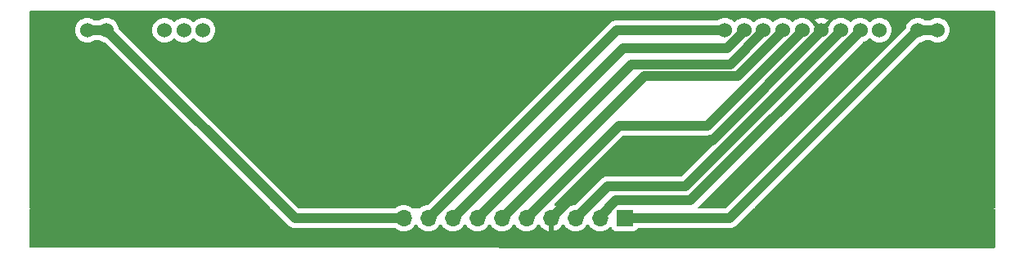
<source format=gbr>
%TF.GenerationSoftware,KiCad,Pcbnew,7.0.9*%
%TF.CreationDate,2024-02-18T16:29:39+01:00*%
%TF.ProjectId,VFD-Driverboard,5646442d-4472-4697-9665-72626f617264,rev?*%
%TF.SameCoordinates,Original*%
%TF.FileFunction,Copper,L2,Bot*%
%TF.FilePolarity,Positive*%
%FSLAX46Y46*%
G04 Gerber Fmt 4.6, Leading zero omitted, Abs format (unit mm)*
G04 Created by KiCad (PCBNEW 7.0.9) date 2024-02-18 16:29:39*
%MOMM*%
%LPD*%
G01*
G04 APERTURE LIST*
%TA.AperFunction,ComponentPad*%
%ADD10C,1.524000*%
%TD*%
%TA.AperFunction,ComponentPad*%
%ADD11R,1.700000X1.700000*%
%TD*%
%TA.AperFunction,ComponentPad*%
%ADD12O,1.700000X1.700000*%
%TD*%
%TA.AperFunction,Conductor*%
%ADD13C,1.000000*%
%TD*%
G04 APERTURE END LIST*
D10*
%TO.P,V1,1,F-*%
%TO.N,VF1*%
X107405600Y-15798800D03*
%TO.P,V1,2,F-*%
X105405600Y-15798800D03*
%TO.P,V1,4*%
%TO.N,N/C*%
X101405600Y-15798800D03*
%TO.P,V1,5,VDD*%
%TO.N,VCC*%
X99405600Y-15798800D03*
%TO.P,V1,6,VEE*%
%TO.N,VEE*%
X97405600Y-15798800D03*
%TO.P,V1,7,Gnd*%
%TO.N,GNDD*%
X95405600Y-15798800D03*
%TO.P,V1,8,OSC0*%
%TO.N,Net-(J1-Pin_4)*%
X93405600Y-15798800D03*
%TO.P,V1,9,Reset*%
%TO.N,Net-(J1-Pin_5)*%
X91405600Y-15798800D03*
%TO.P,V1,10,CS*%
%TO.N,Net-(J1-Pin_6)*%
X89405600Y-15798800D03*
%TO.P,V1,11,Clk*%
%TO.N,Net-(J1-Pin_7)*%
X87405600Y-15798800D03*
%TO.P,V1,12,DI*%
%TO.N,Net-(J1-Pin_8)*%
X85405600Y-15798800D03*
%TO.P,V1,39*%
%TO.N,N/C*%
X31405600Y-15798800D03*
%TO.P,V1,40*%
X29405600Y-15798800D03*
%TO.P,V1,41*%
X27405600Y-15798800D03*
%TO.P,V1,44,F+*%
%TO.N,VF2*%
X21405600Y-15798800D03*
%TO.P,V1,45,F+*%
X19405600Y-15798800D03*
%TD*%
D11*
%TO.P,J2,1,Pin_1*%
%TO.N,VF1*%
X75031600Y-35294800D03*
D12*
%TO.P,J2,2,Pin_2*%
%TO.N,VCC*%
X72491600Y-35294800D03*
%TO.P,J2,3,Pin_3*%
%TO.N,VEE*%
X69951600Y-35294800D03*
%TO.P,J2,4,Pin_4*%
%TO.N,GNDD*%
X67411600Y-35294800D03*
%TO.P,J2,5,Pin_5*%
%TO.N,Net-(J1-Pin_4)*%
X64871600Y-35294800D03*
%TO.P,J2,6,Pin_6*%
%TO.N,Net-(J1-Pin_5)*%
X62331600Y-35294800D03*
%TO.P,J2,7,Pin_7*%
%TO.N,Net-(J1-Pin_6)*%
X59791600Y-35294800D03*
%TO.P,J2,8,Pin_8*%
%TO.N,Net-(J1-Pin_7)*%
X57251600Y-35294800D03*
%TO.P,J2,9,Pin_9*%
%TO.N,Net-(J1-Pin_8)*%
X54711600Y-35294800D03*
%TO.P,J2,10,Pin_10*%
%TO.N,VF2*%
X52171600Y-35294800D03*
%TD*%
D13*
%TO.N,VCC*%
X99405600Y-15909900D02*
X99405600Y-15798800D01*
X81870700Y-33444800D02*
X99405600Y-15909900D01*
X72491600Y-35294800D02*
X72491600Y-35116500D01*
X74163300Y-33444800D02*
X81870700Y-33444800D01*
X72491600Y-35116500D02*
X74163300Y-33444800D01*
%TO.N,GNDD*%
X84089500Y-27209100D02*
X75497300Y-27209100D01*
X95405600Y-15798800D02*
X95405600Y-15893000D01*
X75497300Y-27209100D02*
X67411600Y-35294800D01*
X95405600Y-15893000D02*
X84089500Y-27209100D01*
%TO.N,VF1*%
X85909600Y-35294800D02*
X75031600Y-35294800D01*
X105405600Y-15798800D02*
X85909600Y-35294800D01*
X105405600Y-15798800D02*
X107405600Y-15798800D01*
%TO.N,VF2*%
X21405600Y-15798800D02*
X40901600Y-35294800D01*
X19405600Y-15798800D02*
X21405600Y-15798800D01*
X40901600Y-35294800D02*
X52171600Y-35294800D01*
%TO.N,VEE*%
X69951600Y-35294800D02*
X73293400Y-31953000D01*
X81325900Y-31953000D02*
X97405600Y-15873300D01*
X73293400Y-31953000D02*
X81325900Y-31953000D01*
X97405600Y-15873300D02*
X97405600Y-15798800D01*
%TO.N,Net-(J1-Pin_4)*%
X83582300Y-25695200D02*
X74471100Y-25695200D01*
X74471100Y-25695200D02*
X74471100Y-25695300D01*
X74471100Y-25695300D02*
X64871600Y-35294800D01*
X93405600Y-15871900D02*
X83582300Y-25695200D01*
X93405600Y-15798800D02*
X93405600Y-15871900D01*
%TO.N,Net-(J1-Pin_5)*%
X77087900Y-20538500D02*
X86764800Y-20538500D01*
X62331600Y-35294800D02*
X77087900Y-20538500D01*
X86764800Y-20538500D02*
X91405600Y-15897700D01*
X91405600Y-15897700D02*
X91405600Y-15798800D01*
%TO.N,Net-(J1-Pin_6)*%
X89405600Y-15890800D02*
X85958200Y-19338200D01*
X89405600Y-15798800D02*
X89405600Y-15890800D01*
X85958200Y-19338200D02*
X75748200Y-19338200D01*
X75748200Y-19338200D02*
X59791600Y-35294800D01*
%TO.N,Net-(J1-Pin_7)*%
X85648800Y-17640600D02*
X74905800Y-17640600D01*
X74905800Y-17640600D02*
X57251600Y-35294800D01*
X87405600Y-15883800D02*
X85648800Y-17640600D01*
X87405600Y-15798800D02*
X87405600Y-15883800D01*
%TO.N,Net-(J1-Pin_8)*%
X85405600Y-15798800D02*
X74207600Y-15798800D01*
X74207600Y-15798800D02*
X54711600Y-35294800D01*
%TD*%
%TA.AperFunction,Conductor*%
%TO.N,GNDD*%
G36*
X38506856Y-34318985D02*
G01*
X38527498Y-34335619D01*
X40185166Y-35993287D01*
X40246538Y-36057850D01*
X40246541Y-36057853D01*
X40296881Y-36092892D01*
X40300643Y-36095728D01*
X40348187Y-36134494D01*
X40348190Y-36134495D01*
X40348193Y-36134498D01*
X40378645Y-36150404D01*
X40385358Y-36154472D01*
X40413551Y-36174095D01*
X40469929Y-36198289D01*
X40474178Y-36200307D01*
X40528551Y-36228709D01*
X40556089Y-36236588D01*
X40561574Y-36238158D01*
X40568968Y-36240790D01*
X40600542Y-36254340D01*
X40600545Y-36254340D01*
X40600546Y-36254341D01*
X40660622Y-36266687D01*
X40665200Y-36267810D01*
X40667304Y-36268412D01*
X40724182Y-36284687D01*
X40758439Y-36287295D01*
X40766214Y-36288386D01*
X40799855Y-36295300D01*
X40799859Y-36295300D01*
X40861199Y-36295300D01*
X40865905Y-36295478D01*
X40893196Y-36297557D01*
X40927076Y-36300137D01*
X40927076Y-36300136D01*
X40927077Y-36300137D01*
X40961160Y-36295796D01*
X40968990Y-36295300D01*
X51210842Y-36295300D01*
X51277881Y-36314985D01*
X51298523Y-36331619D01*
X51300199Y-36333295D01*
X51396984Y-36401065D01*
X51493765Y-36468832D01*
X51493767Y-36468833D01*
X51493770Y-36468835D01*
X51707937Y-36568703D01*
X51936192Y-36629863D01*
X52112634Y-36645300D01*
X52171599Y-36650459D01*
X52171600Y-36650459D01*
X52171601Y-36650459D01*
X52230566Y-36645300D01*
X52407008Y-36629863D01*
X52635263Y-36568703D01*
X52849430Y-36468835D01*
X53043001Y-36333295D01*
X53210095Y-36166201D01*
X53340025Y-35980642D01*
X53394602Y-35937017D01*
X53464100Y-35929823D01*
X53526455Y-35961346D01*
X53543175Y-35980642D01*
X53672881Y-36165882D01*
X53673105Y-36166201D01*
X53840199Y-36333295D01*
X53936984Y-36401065D01*
X54033765Y-36468832D01*
X54033767Y-36468833D01*
X54033770Y-36468835D01*
X54247937Y-36568703D01*
X54476192Y-36629863D01*
X54652634Y-36645300D01*
X54711599Y-36650459D01*
X54711600Y-36650459D01*
X54711601Y-36650459D01*
X54770566Y-36645300D01*
X54947008Y-36629863D01*
X55175263Y-36568703D01*
X55389430Y-36468835D01*
X55583001Y-36333295D01*
X55750095Y-36166201D01*
X55880025Y-35980642D01*
X55934602Y-35937017D01*
X56004100Y-35929823D01*
X56066455Y-35961346D01*
X56083175Y-35980642D01*
X56212881Y-36165882D01*
X56213105Y-36166201D01*
X56380199Y-36333295D01*
X56476984Y-36401065D01*
X56573765Y-36468832D01*
X56573767Y-36468833D01*
X56573770Y-36468835D01*
X56787937Y-36568703D01*
X57016192Y-36629863D01*
X57192634Y-36645300D01*
X57251599Y-36650459D01*
X57251600Y-36650459D01*
X57251601Y-36650459D01*
X57310566Y-36645300D01*
X57487008Y-36629863D01*
X57715263Y-36568703D01*
X57929430Y-36468835D01*
X58123001Y-36333295D01*
X58290095Y-36166201D01*
X58420025Y-35980642D01*
X58474602Y-35937017D01*
X58544100Y-35929823D01*
X58606455Y-35961346D01*
X58623175Y-35980642D01*
X58752881Y-36165882D01*
X58753105Y-36166201D01*
X58920199Y-36333295D01*
X59016984Y-36401065D01*
X59113765Y-36468832D01*
X59113767Y-36468833D01*
X59113770Y-36468835D01*
X59327937Y-36568703D01*
X59556192Y-36629863D01*
X59732634Y-36645300D01*
X59791599Y-36650459D01*
X59791600Y-36650459D01*
X59791601Y-36650459D01*
X59850566Y-36645300D01*
X60027008Y-36629863D01*
X60255263Y-36568703D01*
X60469430Y-36468835D01*
X60663001Y-36333295D01*
X60830095Y-36166201D01*
X60960025Y-35980642D01*
X61014602Y-35937017D01*
X61084100Y-35929823D01*
X61146455Y-35961346D01*
X61163175Y-35980642D01*
X61292881Y-36165882D01*
X61293105Y-36166201D01*
X61460199Y-36333295D01*
X61556984Y-36401065D01*
X61653765Y-36468832D01*
X61653767Y-36468833D01*
X61653770Y-36468835D01*
X61867937Y-36568703D01*
X62096192Y-36629863D01*
X62272634Y-36645300D01*
X62331599Y-36650459D01*
X62331600Y-36650459D01*
X62331601Y-36650459D01*
X62390566Y-36645300D01*
X62567008Y-36629863D01*
X62795263Y-36568703D01*
X63009430Y-36468835D01*
X63203001Y-36333295D01*
X63370095Y-36166201D01*
X63500025Y-35980642D01*
X63554602Y-35937017D01*
X63624100Y-35929823D01*
X63686455Y-35961346D01*
X63703175Y-35980642D01*
X63832881Y-36165882D01*
X63833105Y-36166201D01*
X64000199Y-36333295D01*
X64096984Y-36401065D01*
X64193765Y-36468832D01*
X64193767Y-36468833D01*
X64193770Y-36468835D01*
X64407937Y-36568703D01*
X64636192Y-36629863D01*
X64812634Y-36645300D01*
X64871599Y-36650459D01*
X64871600Y-36650459D01*
X64871601Y-36650459D01*
X64930566Y-36645300D01*
X65107008Y-36629863D01*
X65335263Y-36568703D01*
X65549430Y-36468835D01*
X65743001Y-36333295D01*
X65910095Y-36166201D01*
X66040330Y-35980205D01*
X66094907Y-35936581D01*
X66164405Y-35929387D01*
X66226760Y-35960910D01*
X66243479Y-35980205D01*
X66373490Y-36165878D01*
X66540517Y-36332905D01*
X66734021Y-36468400D01*
X66948107Y-36568229D01*
X66948116Y-36568233D01*
X67161600Y-36625434D01*
X67161600Y-35730301D01*
X67269285Y-35779480D01*
X67375837Y-35794800D01*
X67447363Y-35794800D01*
X67553915Y-35779480D01*
X67661600Y-35730301D01*
X67661600Y-36625433D01*
X67875083Y-36568233D01*
X67875092Y-36568229D01*
X68089178Y-36468400D01*
X68282682Y-36332905D01*
X68449705Y-36165882D01*
X68579719Y-35980205D01*
X68634296Y-35936581D01*
X68703795Y-35929388D01*
X68766149Y-35960910D01*
X68782869Y-35980205D01*
X68913105Y-36166201D01*
X69080199Y-36333295D01*
X69176984Y-36401065D01*
X69273765Y-36468832D01*
X69273767Y-36468833D01*
X69273770Y-36468835D01*
X69487937Y-36568703D01*
X69716192Y-36629863D01*
X69892634Y-36645300D01*
X69951599Y-36650459D01*
X69951600Y-36650459D01*
X69951601Y-36650459D01*
X70010566Y-36645300D01*
X70187008Y-36629863D01*
X70415263Y-36568703D01*
X70629430Y-36468835D01*
X70823001Y-36333295D01*
X70990095Y-36166201D01*
X71120025Y-35980642D01*
X71174602Y-35937017D01*
X71244100Y-35929823D01*
X71306455Y-35961346D01*
X71323175Y-35980642D01*
X71452881Y-36165882D01*
X71453105Y-36166201D01*
X71620199Y-36333295D01*
X71716984Y-36401065D01*
X71813765Y-36468832D01*
X71813767Y-36468833D01*
X71813770Y-36468835D01*
X72027937Y-36568703D01*
X72256192Y-36629863D01*
X72432634Y-36645300D01*
X72491599Y-36650459D01*
X72491600Y-36650459D01*
X72491601Y-36650459D01*
X72550566Y-36645300D01*
X72727008Y-36629863D01*
X72955263Y-36568703D01*
X73169430Y-36468835D01*
X73363001Y-36333295D01*
X73484929Y-36211366D01*
X73546248Y-36177884D01*
X73615940Y-36182868D01*
X73671874Y-36224739D01*
X73688789Y-36255717D01*
X73737802Y-36387128D01*
X73737806Y-36387135D01*
X73824052Y-36502344D01*
X73824055Y-36502347D01*
X73939264Y-36588593D01*
X73939271Y-36588597D01*
X74074117Y-36638891D01*
X74074116Y-36638891D01*
X74081044Y-36639635D01*
X74133727Y-36645300D01*
X75929472Y-36645299D01*
X75989083Y-36638891D01*
X76123931Y-36588596D01*
X76239146Y-36502346D01*
X76325396Y-36387131D01*
X76329560Y-36375965D01*
X76371429Y-36320034D01*
X76436893Y-36295616D01*
X76445741Y-36295300D01*
X85896884Y-36295300D01*
X85985958Y-36297557D01*
X85985958Y-36297556D01*
X85985963Y-36297557D01*
X86046353Y-36286732D01*
X86051012Y-36286080D01*
X86093207Y-36281788D01*
X86112038Y-36279874D01*
X86144827Y-36269586D01*
X86152440Y-36267718D01*
X86186253Y-36261658D01*
X86243221Y-36238901D01*
X86247653Y-36237324D01*
X86306188Y-36218959D01*
X86336227Y-36202284D01*
X86343308Y-36198922D01*
X86375217Y-36186177D01*
X86426454Y-36152408D01*
X86430451Y-36149987D01*
X86484102Y-36120209D01*
X86510168Y-36097830D01*
X86516443Y-36093100D01*
X86516759Y-36092892D01*
X86545119Y-36074202D01*
X86588517Y-36030802D01*
X86591936Y-36027634D01*
X86638495Y-35987666D01*
X86659531Y-35960488D01*
X86664701Y-35954618D01*
X88283702Y-34335619D01*
X88345025Y-34302134D01*
X88371383Y-34299300D01*
X113269657Y-34299300D01*
X113336696Y-34318985D01*
X113382451Y-34371789D01*
X113393656Y-34423551D01*
X113389862Y-36286734D01*
X113385853Y-38255153D01*
X113366032Y-38322152D01*
X113313135Y-38367799D01*
X113261853Y-38378900D01*
X111417100Y-38378900D01*
X13522869Y-38354034D01*
X13455834Y-38334332D01*
X13410093Y-38281517D01*
X13398900Y-38230034D01*
X13398900Y-34423300D01*
X13418585Y-34356261D01*
X13471389Y-34310506D01*
X13522900Y-34299300D01*
X38439817Y-34299300D01*
X38506856Y-34318985D01*
G37*
%TD.AperFunction*%
%TA.AperFunction,Conductor*%
G36*
X68828837Y-34318985D02*
G01*
X68874592Y-34371789D01*
X68884536Y-34440947D01*
X68863373Y-34494424D01*
X68782869Y-34609395D01*
X68728292Y-34653020D01*
X68658793Y-34660212D01*
X68596439Y-34628690D01*
X68579719Y-34609394D01*
X68499216Y-34494423D01*
X68476889Y-34428217D01*
X68493899Y-34360450D01*
X68544847Y-34312637D01*
X68600791Y-34299300D01*
X68761798Y-34299300D01*
X68828837Y-34318985D01*
G37*
%TD.AperFunction*%
%TA.AperFunction,Conductor*%
G36*
X113340939Y-13818985D02*
G01*
X113386694Y-13871789D01*
X113397900Y-13923300D01*
X113397900Y-32340100D01*
X113394165Y-34174300D01*
X113394164Y-34174553D01*
X113374343Y-34241552D01*
X113321446Y-34287199D01*
X113270164Y-34298300D01*
X88620383Y-34298300D01*
X88553344Y-34278615D01*
X88507589Y-34225811D01*
X88497645Y-34156653D01*
X88526670Y-34093097D01*
X88532702Y-34086619D01*
X91703140Y-30916181D01*
X105535436Y-17083883D01*
X105596757Y-17050400D01*
X105612289Y-17048040D01*
X105625668Y-17046870D01*
X105839050Y-16989694D01*
X106039262Y-16896334D01*
X106145815Y-16821724D01*
X106212021Y-16799398D01*
X106216938Y-16799300D01*
X106594262Y-16799300D01*
X106661301Y-16818985D01*
X106665367Y-16821712D01*
X106771938Y-16896334D01*
X106972150Y-16989694D01*
X107185532Y-17046870D01*
X107342723Y-17060622D01*
X107405598Y-17066123D01*
X107405600Y-17066123D01*
X107405602Y-17066123D01*
X107460617Y-17061309D01*
X107625668Y-17046870D01*
X107839050Y-16989694D01*
X108039262Y-16896334D01*
X108220220Y-16769626D01*
X108376426Y-16613420D01*
X108503134Y-16432462D01*
X108596494Y-16232250D01*
X108653670Y-16018868D01*
X108672923Y-15798800D01*
X108670132Y-15766902D01*
X108654838Y-15592087D01*
X108653670Y-15578732D01*
X108596494Y-15365350D01*
X108503134Y-15165139D01*
X108433691Y-15065964D01*
X108376427Y-14984181D01*
X108299667Y-14907421D01*
X108220220Y-14827974D01*
X108220216Y-14827971D01*
X108220215Y-14827970D01*
X108039266Y-14701268D01*
X108039262Y-14701266D01*
X108039260Y-14701265D01*
X107839050Y-14607906D01*
X107839047Y-14607905D01*
X107839045Y-14607904D01*
X107625670Y-14550730D01*
X107625662Y-14550729D01*
X107405602Y-14531477D01*
X107405598Y-14531477D01*
X107185537Y-14550729D01*
X107185529Y-14550730D01*
X106972154Y-14607904D01*
X106972148Y-14607907D01*
X106771940Y-14701265D01*
X106771938Y-14701266D01*
X106706542Y-14747057D01*
X106665384Y-14775875D01*
X106599180Y-14798202D01*
X106594263Y-14798300D01*
X106216938Y-14798300D01*
X106149899Y-14778615D01*
X106145832Y-14775887D01*
X106039262Y-14701266D01*
X105839050Y-14607906D01*
X105839047Y-14607905D01*
X105839045Y-14607904D01*
X105625670Y-14550730D01*
X105625662Y-14550729D01*
X105405602Y-14531477D01*
X105405598Y-14531477D01*
X105185537Y-14550729D01*
X105185529Y-14550730D01*
X104972154Y-14607904D01*
X104972148Y-14607907D01*
X104771940Y-14701265D01*
X104771938Y-14701266D01*
X104590977Y-14827975D01*
X104434775Y-14984177D01*
X104308066Y-15165138D01*
X104308065Y-15165140D01*
X104214707Y-15365348D01*
X104214704Y-15365354D01*
X104157530Y-15578729D01*
X104157528Y-15578743D01*
X104156359Y-15592099D01*
X104130903Y-15657166D01*
X104120513Y-15668965D01*
X85531499Y-34257981D01*
X85470176Y-34291466D01*
X85443818Y-34294300D01*
X82735482Y-34294300D01*
X82668443Y-34274615D01*
X82622688Y-34221811D01*
X82612744Y-34152653D01*
X82641769Y-34089097D01*
X82647801Y-34082619D01*
X90375415Y-26355005D01*
X99681243Y-17049176D01*
X99736829Y-17017084D01*
X99744209Y-17015106D01*
X99839050Y-16989694D01*
X100039262Y-16896334D01*
X100220220Y-16769626D01*
X100317919Y-16671927D01*
X100379242Y-16638442D01*
X100448934Y-16643426D01*
X100493281Y-16671927D01*
X100590978Y-16769624D01*
X100590984Y-16769629D01*
X100771933Y-16896331D01*
X100771935Y-16896332D01*
X100771938Y-16896334D01*
X100972150Y-16989694D01*
X101185532Y-17046870D01*
X101342723Y-17060622D01*
X101405598Y-17066123D01*
X101405600Y-17066123D01*
X101405602Y-17066123D01*
X101460617Y-17061309D01*
X101625668Y-17046870D01*
X101839050Y-16989694D01*
X102039262Y-16896334D01*
X102220220Y-16769626D01*
X102376426Y-16613420D01*
X102503134Y-16432462D01*
X102596494Y-16232250D01*
X102653670Y-16018868D01*
X102672923Y-15798800D01*
X102670132Y-15766902D01*
X102654838Y-15592087D01*
X102653670Y-15578732D01*
X102596494Y-15365350D01*
X102503134Y-15165139D01*
X102433691Y-15065964D01*
X102376427Y-14984181D01*
X102299667Y-14907421D01*
X102220220Y-14827974D01*
X102220216Y-14827971D01*
X102220215Y-14827970D01*
X102039266Y-14701268D01*
X102039262Y-14701266D01*
X102039260Y-14701265D01*
X101839050Y-14607906D01*
X101839047Y-14607905D01*
X101839045Y-14607904D01*
X101625670Y-14550730D01*
X101625662Y-14550729D01*
X101405602Y-14531477D01*
X101405598Y-14531477D01*
X101185537Y-14550729D01*
X101185529Y-14550730D01*
X100972154Y-14607904D01*
X100972148Y-14607907D01*
X100771940Y-14701265D01*
X100771938Y-14701266D01*
X100590981Y-14827972D01*
X100493280Y-14925673D01*
X100431956Y-14959157D01*
X100362265Y-14954173D01*
X100317918Y-14925672D01*
X100220221Y-14827975D01*
X100220215Y-14827970D01*
X100039266Y-14701268D01*
X100039262Y-14701266D01*
X100039260Y-14701265D01*
X99839050Y-14607906D01*
X99839047Y-14607905D01*
X99839045Y-14607904D01*
X99625670Y-14550730D01*
X99625662Y-14550729D01*
X99405602Y-14531477D01*
X99405598Y-14531477D01*
X99185537Y-14550729D01*
X99185529Y-14550730D01*
X98972154Y-14607904D01*
X98972148Y-14607907D01*
X98771940Y-14701265D01*
X98771938Y-14701266D01*
X98590981Y-14827972D01*
X98493280Y-14925673D01*
X98431956Y-14959157D01*
X98362265Y-14954173D01*
X98317918Y-14925672D01*
X98220221Y-14827975D01*
X98220215Y-14827970D01*
X98039266Y-14701268D01*
X98039262Y-14701266D01*
X98039260Y-14701265D01*
X97839050Y-14607906D01*
X97839047Y-14607905D01*
X97839045Y-14607904D01*
X97625670Y-14550730D01*
X97625662Y-14550729D01*
X97405602Y-14531477D01*
X97405598Y-14531477D01*
X97185537Y-14550729D01*
X97185529Y-14550730D01*
X96972154Y-14607904D01*
X96972148Y-14607907D01*
X96771940Y-14701265D01*
X96771938Y-14701266D01*
X96590977Y-14827975D01*
X96434775Y-14984177D01*
X96308065Y-15165139D01*
X96243256Y-15304122D01*
X96218555Y-15339397D01*
X95790503Y-15767448D01*
X95790549Y-15766902D01*
X95759334Y-15643638D01*
X95689787Y-15537188D01*
X95589443Y-15459087D01*
X95469178Y-15417800D01*
X95433047Y-15417800D01*
X96103787Y-14747058D01*
X96039009Y-14701700D01*
X96039007Y-14701699D01*
X95838884Y-14608380D01*
X95838870Y-14608375D01*
X95625586Y-14551226D01*
X95625576Y-14551224D01*
X95405601Y-14531979D01*
X95405599Y-14531979D01*
X95185623Y-14551224D01*
X95185613Y-14551226D01*
X94972329Y-14608375D01*
X94972320Y-14608379D01*
X94772186Y-14701703D01*
X94707412Y-14747057D01*
X94707411Y-14747058D01*
X95378154Y-15417800D01*
X95374031Y-15417800D01*
X95280179Y-15433461D01*
X95168349Y-15493980D01*
X95082229Y-15587531D01*
X95031152Y-15703977D01*
X95025494Y-15772248D01*
X94592643Y-15339397D01*
X94567942Y-15304121D01*
X94503134Y-15165140D01*
X94503133Y-15165138D01*
X94376427Y-14984181D01*
X94299667Y-14907421D01*
X94220220Y-14827974D01*
X94220216Y-14827971D01*
X94220215Y-14827970D01*
X94039266Y-14701268D01*
X94039262Y-14701266D01*
X94039260Y-14701265D01*
X93839050Y-14607906D01*
X93839047Y-14607905D01*
X93839045Y-14607904D01*
X93625670Y-14550730D01*
X93625662Y-14550729D01*
X93405602Y-14531477D01*
X93405598Y-14531477D01*
X93185537Y-14550729D01*
X93185529Y-14550730D01*
X92972154Y-14607904D01*
X92972148Y-14607907D01*
X92771940Y-14701265D01*
X92771938Y-14701266D01*
X92590981Y-14827972D01*
X92493280Y-14925673D01*
X92431956Y-14959157D01*
X92362265Y-14954173D01*
X92317918Y-14925672D01*
X92220221Y-14827975D01*
X92220215Y-14827970D01*
X92039266Y-14701268D01*
X92039262Y-14701266D01*
X92039260Y-14701265D01*
X91839050Y-14607906D01*
X91839047Y-14607905D01*
X91839045Y-14607904D01*
X91625670Y-14550730D01*
X91625662Y-14550729D01*
X91405602Y-14531477D01*
X91405598Y-14531477D01*
X91185537Y-14550729D01*
X91185529Y-14550730D01*
X90972154Y-14607904D01*
X90972148Y-14607907D01*
X90771940Y-14701265D01*
X90771938Y-14701266D01*
X90590981Y-14827972D01*
X90493280Y-14925673D01*
X90431956Y-14959157D01*
X90362265Y-14954173D01*
X90317918Y-14925672D01*
X90220221Y-14827975D01*
X90220215Y-14827970D01*
X90039266Y-14701268D01*
X90039262Y-14701266D01*
X90039260Y-14701265D01*
X89839050Y-14607906D01*
X89839047Y-14607905D01*
X89839045Y-14607904D01*
X89625670Y-14550730D01*
X89625662Y-14550729D01*
X89405602Y-14531477D01*
X89405598Y-14531477D01*
X89185537Y-14550729D01*
X89185529Y-14550730D01*
X88972154Y-14607904D01*
X88972148Y-14607907D01*
X88771940Y-14701265D01*
X88771938Y-14701266D01*
X88590981Y-14827972D01*
X88493280Y-14925673D01*
X88431956Y-14959157D01*
X88362265Y-14954173D01*
X88317918Y-14925672D01*
X88220221Y-14827975D01*
X88220215Y-14827970D01*
X88039266Y-14701268D01*
X88039262Y-14701266D01*
X88039260Y-14701265D01*
X87839050Y-14607906D01*
X87839047Y-14607905D01*
X87839045Y-14607904D01*
X87625670Y-14550730D01*
X87625662Y-14550729D01*
X87405602Y-14531477D01*
X87405598Y-14531477D01*
X87185537Y-14550729D01*
X87185529Y-14550730D01*
X86972154Y-14607904D01*
X86972148Y-14607907D01*
X86771940Y-14701265D01*
X86771938Y-14701266D01*
X86590981Y-14827972D01*
X86493280Y-14925673D01*
X86431956Y-14959157D01*
X86362265Y-14954173D01*
X86317918Y-14925672D01*
X86220221Y-14827975D01*
X86220215Y-14827970D01*
X86039266Y-14701268D01*
X86039262Y-14701266D01*
X86039260Y-14701265D01*
X85839050Y-14607906D01*
X85839047Y-14607905D01*
X85839045Y-14607904D01*
X85625670Y-14550730D01*
X85625662Y-14550729D01*
X85405602Y-14531477D01*
X85405598Y-14531477D01*
X85185537Y-14550729D01*
X85185529Y-14550730D01*
X84972154Y-14607904D01*
X84972148Y-14607907D01*
X84771940Y-14701265D01*
X84771938Y-14701266D01*
X84706542Y-14747057D01*
X84665384Y-14775875D01*
X84599180Y-14798202D01*
X84594263Y-14798300D01*
X74220317Y-14798300D01*
X74131237Y-14796043D01*
X74131228Y-14796043D01*
X74070860Y-14806864D01*
X74066195Y-14807518D01*
X74005163Y-14813725D01*
X74005155Y-14813727D01*
X73972381Y-14824010D01*
X73964754Y-14825882D01*
X73930950Y-14831941D01*
X73873984Y-14854694D01*
X73869548Y-14856273D01*
X73811014Y-14874640D01*
X73811012Y-14874641D01*
X73780985Y-14891306D01*
X73773893Y-14894674D01*
X73741983Y-14907421D01*
X73690754Y-14941183D01*
X73686726Y-14943624D01*
X73633102Y-14973388D01*
X73633099Y-14973390D01*
X73607027Y-14995770D01*
X73600760Y-15000495D01*
X73572082Y-15019398D01*
X73572075Y-15019403D01*
X73528716Y-15062762D01*
X73525261Y-15065964D01*
X73478706Y-15105932D01*
X73478705Y-15105933D01*
X73457676Y-15133100D01*
X73452484Y-15138994D01*
X54678570Y-33912908D01*
X54617247Y-33946393D01*
X54601698Y-33948755D01*
X54476196Y-33959736D01*
X54476186Y-33959738D01*
X54247944Y-34020894D01*
X54247935Y-34020898D01*
X54033771Y-34120764D01*
X54033769Y-34120765D01*
X53840197Y-34256305D01*
X53834522Y-34261981D01*
X53773199Y-34295466D01*
X53746841Y-34298300D01*
X53136358Y-34298300D01*
X53069319Y-34278615D01*
X53048677Y-34261981D01*
X53043002Y-34256306D01*
X53042995Y-34256301D01*
X53021931Y-34241552D01*
X52987773Y-34217634D01*
X52849434Y-34120767D01*
X52849430Y-34120765D01*
X52849428Y-34120764D01*
X52635263Y-34020897D01*
X52635259Y-34020896D01*
X52635255Y-34020894D01*
X52407013Y-33959738D01*
X52407003Y-33959736D01*
X52171601Y-33939141D01*
X52171599Y-33939141D01*
X51936196Y-33959736D01*
X51936186Y-33959738D01*
X51707944Y-34020894D01*
X51707935Y-34020898D01*
X51493771Y-34120764D01*
X51493769Y-34120765D01*
X51300197Y-34256305D01*
X51298522Y-34257981D01*
X51297600Y-34258484D01*
X51296049Y-34259786D01*
X51295787Y-34259474D01*
X51237199Y-34291466D01*
X51210841Y-34294300D01*
X41367382Y-34294300D01*
X41300343Y-34274615D01*
X41279701Y-34257981D01*
X22820522Y-15798802D01*
X26138277Y-15798802D01*
X26157529Y-16018862D01*
X26157530Y-16018870D01*
X26214704Y-16232245D01*
X26214705Y-16232247D01*
X26214706Y-16232250D01*
X26243258Y-16293480D01*
X26308066Y-16432462D01*
X26308068Y-16432466D01*
X26434770Y-16613415D01*
X26434775Y-16613421D01*
X26590978Y-16769624D01*
X26590984Y-16769629D01*
X26771933Y-16896331D01*
X26771935Y-16896332D01*
X26771938Y-16896334D01*
X26972150Y-16989694D01*
X27185532Y-17046870D01*
X27342723Y-17060622D01*
X27405598Y-17066123D01*
X27405600Y-17066123D01*
X27405602Y-17066123D01*
X27460617Y-17061309D01*
X27625668Y-17046870D01*
X27839050Y-16989694D01*
X28039262Y-16896334D01*
X28220220Y-16769626D01*
X28317919Y-16671927D01*
X28379242Y-16638442D01*
X28448934Y-16643426D01*
X28493281Y-16671927D01*
X28590978Y-16769624D01*
X28590984Y-16769629D01*
X28771933Y-16896331D01*
X28771935Y-16896332D01*
X28771938Y-16896334D01*
X28972150Y-16989694D01*
X29185532Y-17046870D01*
X29342723Y-17060622D01*
X29405598Y-17066123D01*
X29405600Y-17066123D01*
X29405602Y-17066123D01*
X29460617Y-17061309D01*
X29625668Y-17046870D01*
X29839050Y-16989694D01*
X30039262Y-16896334D01*
X30220220Y-16769626D01*
X30317919Y-16671927D01*
X30379242Y-16638442D01*
X30448934Y-16643426D01*
X30493281Y-16671927D01*
X30590978Y-16769624D01*
X30590984Y-16769629D01*
X30771933Y-16896331D01*
X30771935Y-16896332D01*
X30771938Y-16896334D01*
X30972150Y-16989694D01*
X31185532Y-17046870D01*
X31342723Y-17060622D01*
X31405598Y-17066123D01*
X31405600Y-17066123D01*
X31405602Y-17066123D01*
X31460617Y-17061309D01*
X31625668Y-17046870D01*
X31839050Y-16989694D01*
X32039262Y-16896334D01*
X32220220Y-16769626D01*
X32376426Y-16613420D01*
X32503134Y-16432462D01*
X32596494Y-16232250D01*
X32653670Y-16018868D01*
X32672923Y-15798800D01*
X32670132Y-15766902D01*
X32654838Y-15592087D01*
X32653670Y-15578732D01*
X32596494Y-15365350D01*
X32503134Y-15165139D01*
X32433691Y-15065964D01*
X32376427Y-14984181D01*
X32299667Y-14907421D01*
X32220220Y-14827974D01*
X32220216Y-14827971D01*
X32220215Y-14827970D01*
X32039266Y-14701268D01*
X32039262Y-14701266D01*
X32039260Y-14701265D01*
X31839050Y-14607906D01*
X31839047Y-14607905D01*
X31839045Y-14607904D01*
X31625670Y-14550730D01*
X31625662Y-14550729D01*
X31405602Y-14531477D01*
X31405598Y-14531477D01*
X31185537Y-14550729D01*
X31185529Y-14550730D01*
X30972154Y-14607904D01*
X30972148Y-14607907D01*
X30771940Y-14701265D01*
X30771938Y-14701266D01*
X30590981Y-14827972D01*
X30493280Y-14925673D01*
X30431956Y-14959157D01*
X30362265Y-14954173D01*
X30317918Y-14925672D01*
X30220221Y-14827975D01*
X30220215Y-14827970D01*
X30039266Y-14701268D01*
X30039262Y-14701266D01*
X30039260Y-14701265D01*
X29839050Y-14607906D01*
X29839047Y-14607905D01*
X29839045Y-14607904D01*
X29625670Y-14550730D01*
X29625662Y-14550729D01*
X29405602Y-14531477D01*
X29405598Y-14531477D01*
X29185537Y-14550729D01*
X29185529Y-14550730D01*
X28972154Y-14607904D01*
X28972148Y-14607907D01*
X28771940Y-14701265D01*
X28771938Y-14701266D01*
X28590981Y-14827972D01*
X28493280Y-14925673D01*
X28431956Y-14959157D01*
X28362265Y-14954173D01*
X28317918Y-14925672D01*
X28220221Y-14827975D01*
X28220215Y-14827970D01*
X28039266Y-14701268D01*
X28039262Y-14701266D01*
X28039260Y-14701265D01*
X27839050Y-14607906D01*
X27839047Y-14607905D01*
X27839045Y-14607904D01*
X27625670Y-14550730D01*
X27625662Y-14550729D01*
X27405602Y-14531477D01*
X27405598Y-14531477D01*
X27185537Y-14550729D01*
X27185529Y-14550730D01*
X26972154Y-14607904D01*
X26972148Y-14607907D01*
X26771940Y-14701265D01*
X26771938Y-14701266D01*
X26590977Y-14827975D01*
X26434775Y-14984177D01*
X26308066Y-15165138D01*
X26308065Y-15165140D01*
X26214707Y-15365348D01*
X26214704Y-15365354D01*
X26157530Y-15578729D01*
X26157529Y-15578737D01*
X26138277Y-15798797D01*
X26138277Y-15798802D01*
X22820522Y-15798802D01*
X22690685Y-15668965D01*
X22657200Y-15607642D01*
X22654838Y-15592087D01*
X22654439Y-15587531D01*
X22653670Y-15578732D01*
X22596494Y-15365350D01*
X22503134Y-15165139D01*
X22433691Y-15065964D01*
X22376427Y-14984181D01*
X22299667Y-14907421D01*
X22220220Y-14827974D01*
X22220216Y-14827971D01*
X22220215Y-14827970D01*
X22039266Y-14701268D01*
X22039262Y-14701266D01*
X22039260Y-14701265D01*
X21839050Y-14607906D01*
X21839047Y-14607905D01*
X21839045Y-14607904D01*
X21625670Y-14550730D01*
X21625662Y-14550729D01*
X21405602Y-14531477D01*
X21405598Y-14531477D01*
X21185537Y-14550729D01*
X21185529Y-14550730D01*
X20972154Y-14607904D01*
X20972148Y-14607907D01*
X20771940Y-14701265D01*
X20771938Y-14701266D01*
X20706542Y-14747057D01*
X20665384Y-14775875D01*
X20599180Y-14798202D01*
X20594263Y-14798300D01*
X20216938Y-14798300D01*
X20149899Y-14778615D01*
X20145832Y-14775887D01*
X20039262Y-14701266D01*
X19839050Y-14607906D01*
X19839047Y-14607905D01*
X19839045Y-14607904D01*
X19625670Y-14550730D01*
X19625662Y-14550729D01*
X19405602Y-14531477D01*
X19405598Y-14531477D01*
X19185537Y-14550729D01*
X19185529Y-14550730D01*
X18972154Y-14607904D01*
X18972148Y-14607907D01*
X18771940Y-14701265D01*
X18771938Y-14701266D01*
X18590977Y-14827975D01*
X18434775Y-14984177D01*
X18308066Y-15165138D01*
X18308065Y-15165140D01*
X18214707Y-15365348D01*
X18214704Y-15365354D01*
X18157530Y-15578729D01*
X18157529Y-15578737D01*
X18138277Y-15798797D01*
X18138277Y-15798802D01*
X18157529Y-16018862D01*
X18157530Y-16018870D01*
X18214704Y-16232245D01*
X18214705Y-16232247D01*
X18214706Y-16232250D01*
X18243258Y-16293480D01*
X18308066Y-16432462D01*
X18308068Y-16432466D01*
X18434770Y-16613415D01*
X18434775Y-16613421D01*
X18590978Y-16769624D01*
X18590984Y-16769629D01*
X18771933Y-16896331D01*
X18771935Y-16896332D01*
X18771938Y-16896334D01*
X18972150Y-16989694D01*
X19185532Y-17046870D01*
X19342723Y-17060622D01*
X19405598Y-17066123D01*
X19405600Y-17066123D01*
X19405602Y-17066123D01*
X19460617Y-17061309D01*
X19625668Y-17046870D01*
X19839050Y-16989694D01*
X20039262Y-16896334D01*
X20145815Y-16821724D01*
X20212021Y-16799398D01*
X20216938Y-16799300D01*
X20594262Y-16799300D01*
X20661301Y-16818985D01*
X20665367Y-16821712D01*
X20771938Y-16896334D01*
X20972150Y-16989694D01*
X21185532Y-17046870D01*
X21198888Y-17048038D01*
X21263956Y-17073488D01*
X21275764Y-17083885D01*
X38278498Y-34086619D01*
X38311983Y-34147942D01*
X38306999Y-34217634D01*
X38265127Y-34273567D01*
X38199663Y-34297984D01*
X38190817Y-34298300D01*
X13530100Y-34298300D01*
X13463061Y-34278615D01*
X13417306Y-34225811D01*
X13406100Y-34174300D01*
X13406100Y-13923300D01*
X13425785Y-13856261D01*
X13478589Y-13810506D01*
X13530100Y-13799300D01*
X113273900Y-13799300D01*
X113340939Y-13818985D01*
G37*
%TD.AperFunction*%
%TA.AperFunction,Conductor*%
G36*
X95020651Y-15830698D02*
G01*
X95051866Y-15953962D01*
X95121413Y-16060412D01*
X95221757Y-16138513D01*
X95342022Y-16179800D01*
X95378153Y-16179800D01*
X94707412Y-16850540D01*
X94766353Y-16891812D01*
X94809978Y-16946390D01*
X94817170Y-17015888D01*
X94785648Y-17078243D01*
X94782910Y-17081068D01*
X80947799Y-30916181D01*
X80886476Y-30949666D01*
X80860118Y-30952500D01*
X73306117Y-30952500D01*
X73217037Y-30950243D01*
X73217028Y-30950243D01*
X73164036Y-30959741D01*
X73156654Y-30961064D01*
X73151995Y-30961718D01*
X73090964Y-30967925D01*
X73090962Y-30967926D01*
X73058180Y-30978210D01*
X73050556Y-30980081D01*
X73042708Y-30981488D01*
X73016749Y-30986141D01*
X72959781Y-31008895D01*
X72955345Y-31010474D01*
X72896814Y-31028840D01*
X72896810Y-31028842D01*
X72866778Y-31045510D01*
X72859684Y-31048879D01*
X72827782Y-31061623D01*
X72827777Y-31061625D01*
X72776556Y-31095381D01*
X72772528Y-31097822D01*
X72718901Y-31127588D01*
X72692834Y-31149965D01*
X72686565Y-31154692D01*
X72657884Y-31173595D01*
X72657878Y-31173600D01*
X72614509Y-31216968D01*
X72611055Y-31220169D01*
X72564502Y-31260136D01*
X72543476Y-31287298D01*
X72538285Y-31293192D01*
X69918569Y-33912908D01*
X69857246Y-33946393D01*
X69841697Y-33948755D01*
X69716196Y-33959736D01*
X69716186Y-33959738D01*
X69487944Y-34020894D01*
X69487935Y-34020898D01*
X69273771Y-34120764D01*
X69273769Y-34120765D01*
X69080197Y-34256305D01*
X69074522Y-34261981D01*
X69013199Y-34295466D01*
X68986841Y-34298300D01*
X68375650Y-34298300D01*
X68308611Y-34278615D01*
X68287969Y-34261981D01*
X68282682Y-34256694D01*
X68089178Y-34121199D01*
X67875092Y-34021370D01*
X67875088Y-34021368D01*
X67834002Y-34010359D01*
X67774342Y-33973993D01*
X67743814Y-33911146D01*
X67752109Y-33841770D01*
X67778411Y-33802908D01*
X74849301Y-26732018D01*
X74910624Y-26698534D01*
X74936982Y-26695700D01*
X83569584Y-26695700D01*
X83658658Y-26697957D01*
X83658658Y-26697956D01*
X83658663Y-26697957D01*
X83719053Y-26687132D01*
X83723712Y-26686480D01*
X83765907Y-26682188D01*
X83784738Y-26680274D01*
X83817527Y-26669986D01*
X83825140Y-26668118D01*
X83858953Y-26662058D01*
X83915921Y-26639301D01*
X83920353Y-26637724D01*
X83978888Y-26619359D01*
X84008927Y-26602684D01*
X84016008Y-26599322D01*
X84047917Y-26586577D01*
X84099154Y-26552808D01*
X84103151Y-26550387D01*
X84156802Y-26520609D01*
X84182868Y-26498230D01*
X84189143Y-26493500D01*
X84217819Y-26474602D01*
X84261192Y-26431227D01*
X84264650Y-26428023D01*
X84267913Y-26425220D01*
X84311195Y-26388066D01*
X84332228Y-26360891D01*
X84337398Y-26355021D01*
X93629334Y-17063084D01*
X93684917Y-17030993D01*
X93839050Y-16989694D01*
X94039262Y-16896334D01*
X94220220Y-16769626D01*
X94376426Y-16613420D01*
X94503134Y-16432462D01*
X94567946Y-16293471D01*
X94592642Y-16258201D01*
X95020696Y-15830147D01*
X95020651Y-15830698D01*
G37*
%TD.AperFunction*%
%TD*%
M02*

</source>
